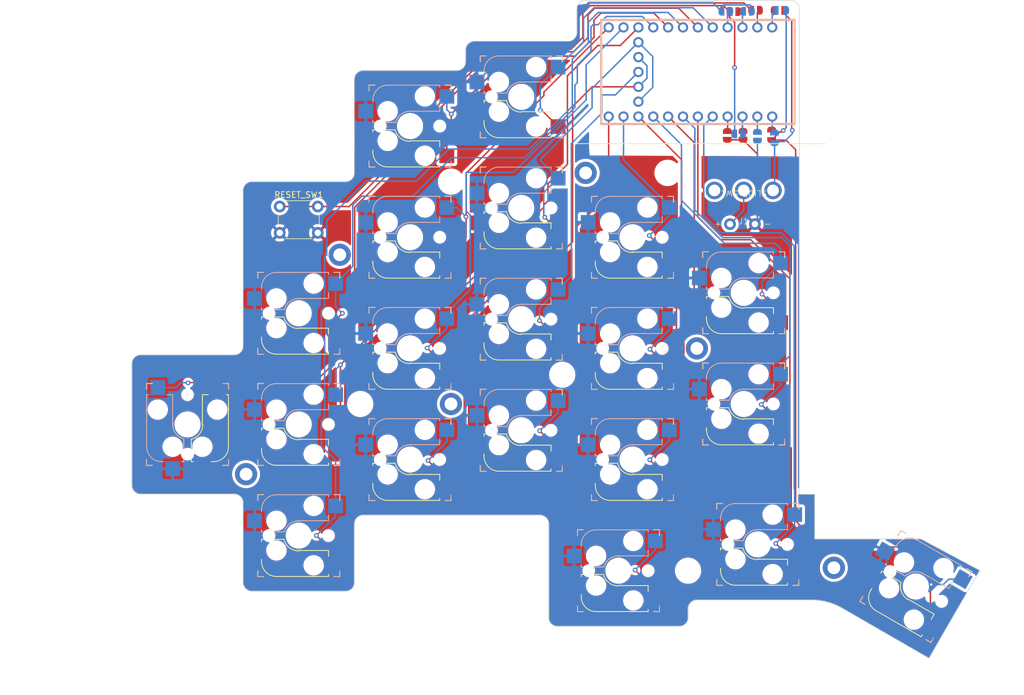
<source format=kicad_pcb>
(kicad_pcb (version 20221018) (generator pcbnew)
  (layers (0 "F.Cu" signal) (31 "B.Cu" signal) (34 "B.Paste" user) (35 "F.Paste" user) (36 "B.SilkS" user "B.Silkscreen") (37 "F.SilkS" user "F.Silkscreen") (38 "B.Mask" user) (39 "F.Mask" user) (44 "Edge.Cuts" user))
  (net 0 "")
  (net 1 "Net-(J1-Pin_1)")
  (net 2 "GND")
  (net 3 "BATIN")
  (net 4 "Net-(JP1-B)")
  (net 5 "P1")
  (net 6 "Net-(JP4-B)")
  (net 7 "RESET")
  (net 8 "Net-(JP5-B)")
  (net 9 "Net-(JP7-B)")
  (net 10 "Net-(JP8-B)")
  (net 11 "Net-(JP11-B)")
  (net 12 "Net-(JP12-B)")
  (net 13 "Net-(JP14-B)")
  (net 15 "P12")
  (net 16 "P14")
  (net 17 "P9")
  (net 18 "P19")
  (net 19 "P5")
  (net 20 "P31")
  (net 21 "P10")
  (net 22 "P13")
  (net 23 "P6")
  (net 24 "P16")
  (net 25 "P7")
  (net 26 "P33")
  (net 27 "P15")
  (net 28 "P32")
  (net 29 "P17")
  (net 30 "P8")
  (net 31 "P11")
  (net 32 "P18")
  (net 33 "P20")
  (footprint "footprints:Kailh_socket_MX_reversible_1U" (layer "F.Cu") (at 112 98)
    (fp_text reference "SW3")
    (fp_text value locked "SW_Push")
  )
  (footprint "footprints:Kailh_socket_MX_reversible_1U" (layer "F.Cu") (at 131 66)
    (fp_text reference "SW1")
    (fp_text value "SW_Push")
  )
  (footprint "footprints:Kailh_socket_MX_reversible_1U" (layer "F.Cu") (at 131 104)
    (fp_text reference "SW10")
    (fp_text value "SW_Push")
  )
  (footprint "footprints:Jumper_Open_0.8mm" (layer "F.Cu") (at 192.82 67.21 90)
    (fp_text reference "JP9" hide)
    (fp_text value "Jumper_2_Open" hide)
  )
  (footprint "footprints:Kailh_socket_MX_reversible_1U" (layer "F.Cu") (at 188 94.5)
    (fp_text reference "SW7")
    (fp_text value "SW_Push")
  )
  (footprint "footprints:Kailh_socket_MX_reversible_1U" (layer "F.Cu") (at 188 113.5)
    (fp_text reference "SW13")
    (fp_text value "SW_Push")
  )
  (footprint "MountingHole:MountingHole_2.2mm_M2_DIN965_Pad" (layer "F.Cu") (at 203.4 141.5)
    (fp_text reference "REF**" hide)
    (fp_text value "MountingHole_2.2mm_M2_DIN965_Pad" hide)
  )
  (footprint "footprints:through_hole_m2" (layer "F.Cu") (at 178.5 142)
    (fp_text reference "REF**" hide)
    (fp_text value "through_hole_m2" hide)
  )
  (footprint "footprints:Kailh_socket_MX_reversible_1U" (layer "F.Cu") (at 169 85)
    (fp_text reference "SW6")
    (fp_text value "SW_Push")
  )
  (footprint "footprints:through_hole_m2" (layer "F.Cu") (at 138 75.5)
    (fp_text reference "REF**" hide)
    (fp_text value "through_hole_m2" hide)
  )
  (footprint "footprints:Kailh_socket_MX_reversible_1U" (layer "F.Cu") (at 150 80)
    (fp_text reference "SW5")
    (fp_text value "SW_Push")
  )
  (footprint "MountingHole:MountingHole_2.2mm_M2_DIN965_Pad" (layer "F.Cu") (at 119 88)
    (fp_text reference "REF**" hide)
    (fp_text value "MountingHole_2.2mm_M2_DIN965_Pad" hide)
  )
  (footprint "MountingHole:MountingHole_2.2mm_M2_DIN965_Pad" (layer "F.Cu") (at 103 125.5)
    (fp_text reference "REF**" hide)
    (fp_text value "MountingHole_2.2mm_M2_DIN965_Pad" hide)
  )
  (footprint "footprints:through_hole_m2" (layer "F.Cu") (at 157 108.5)
    (fp_text reference "REF**" hide)
    (fp_text value "through_hole_m2" hide)
  )
  (footprint "footprints:nice_nano" (layer "F.Cu") (at 178.9 56.75 180)
    (fp_text reference "U1" hide)
    (fp_text value "nice_nano" hide)
  )
  (footprint "MountingHole:MountingHole_2.2mm_M2_DIN965_Pad" (layer "F.Cu") (at 180 104)
    (fp_text reference "REF**" hide)
    (fp_text value "MountingHole_2.2mm_M2_DIN965_Pad" hide)
  )
  (footprint "Button_Switch_THT:SW_PUSH_6mm" (layer "F.Cu") (at 108.75 79.75)
    (fp_text reference "RESET_SW1")
    (fp_text value "SW_Push")
  )
  (footprint "MountingHole:MountingHole_2.2mm_M2_DIN965_Pad" (layer "F.Cu") (at 161 74)
    (fp_text reference "REF**" hide)
    (fp_text value "MountingHole_2.2mm_M2_DIN965_Pad" hide)
  )
  (footprint "footprints:Kailh_socket_MX_reversible_1U" (layer "F.Cu") (at 169 123)
    (fp_text reference locked "SW17")
    (fp_text value "SW_Push")
  )
  (footprint "footprints:Jumper_Open_0.5mm" (layer "F.Cu") (at 186.33 46.44)
    (fp_text reference "JP5" hide)
    (fp_text value "Jumper_2_Open" hide)
  )
  (footprint "MountingHole:MountingHole_2.2mm_M2_DIN965_Pad" (layer "F.Cu") (at 138 113.5)
    (fp_text reference "REF**" hide)
    (fp_text value "MountingHole_2.2mm_M2_DIN965_Pad" hide)
  )
  (footprint "footprints:Kailh_socket_MX_reversible_1U" (layer "F.Cu") (at 169 104)
    (fp_text reference locked "SW12")
    (fp_text value "SW_Push")
  )
  (footprint "footprints:Jumper_Open_0.5mm" (layer "F.Cu") (at 190.02 46.2)
    (fp_text reference "JP4" hide)
    (fp_text value "Jumper_2_Open" hide)
  )
  (footprint "footprints:Kailh_socket_MX_reversible_1U" (layer "F.Cu") (at 112 117)
    (fp_text reference "SW9")
    (fp_text value "SW_Push")
  )
  (footprint "footprints:Kailh_socket_MX_reversible_1U" (layer "F.Cu") (at 131 123)
    (fp_text reference "SW15")
    (fp_text value "SW_Push")
  )
  (footprint "footprints:slide_switch_5mm" (layer "F.Cu") (at 188 77 180)
    (fp_text reference "SLIDE_SW1")
    (fp_text value "SW_SPDT")
  )
  (footprint "footprints:Kailh_socket_MX_reversible_1U" (layer "F.Cu") (at 112 136)
    (fp_text reference locked "SW14")
    (fp_text value "SW_Push")
  )
  (footprint "footprints:Jumper_Open_0.5mm" (layer "F.Cu") (at 187.88 67.58 90)
    (fp_text reference "JP13" hide)
    (fp_text value "Jumper_2_Open" hide)
  )
  (footprint "footprints:Kailh_socket_MX_reversible_1_25U" (layer "F.Cu") (at 190.4 137.5)
    (fp_text reference "SW19")
    (fp_text value "SW_Push")
  )
  (footprint "footprints:Kailh_socket_MX_reversible_1U" (layer "F.Cu") (at 150 99)
    (fp_text reference "SW11")
    (fp_text value locked "SW_Push")
  )
  (footprint "footprints:Kailh_socket_MX_reversible_1U" (layer "F.Cu") (at 131 85)
    (fp_text reference "SW4")
    (fp_text value "SW_Push")
  )
  (footprint "footprints:Jumper_Open_0.8mm" (layer "F.Cu") (at 193.74 46.19 180)
    (fp_text reference "JP1" hide)
    (fp_text value "Jumper_2_Open" hide)
  )
  (footprint "footprints:Kailh_socket_MX_reversible_1U" (layer "F.Cu") (at 150 61)
    (fp_text reference "SW2")
    (fp_text value "SW_Push")
  )
  (footprint "footprints:Kailh_socket_MX_reversible_1_25U" (layer "F.Cu") (at 217.400152 144.699705 -30)
    (fp_text reference "SW20")
    (fp_text value "SW_Push")
  )
  (footprint "footprints:Kailh_socket_MX_reversible_1_25U" (layer "F.Cu") (at 93 117 90)
    (fp_text reference "SW8")
    (fp_text value "SW_Push")
  )
  (footprint "footprints:power_connector" (layer "F.Cu") (at 187.97 82.79)
    (fp_text reference "J1")
    (fp_text value "JST connector")
  )
  (footprint "footprints:Kailh_socket_MX_reversible_1U" (layer "F.Cu") (at 150 118)
    (fp_text reference "SW16")
    (fp_text value "SW_Push")
  )
  (footprint "footprints:through_hole_m2" (layer "F.Cu") (at 175 74)
    (fp_text reference "REF**" hide)
    (fp_text value "through_hole_m2" hide)
  )
  (footprint "footprints:Jumper_Open_0.5mm" (layer "F.Cu") (at 185.2 67.6 90)
    (fp_text reference "JP14" hide)
    (fp_text value "Jumper_2_Open" hide)
  )
  (footprint "footprints:through_hole_m2" (layer "F.Cu") (at 122.5 113.5)
    (fp_text reference "REF**" hide)
    (fp_text value "through_hole_m2" hide)
  )
  (footprint "footprints:Kailh_socket_MX_reversible_1_25U" (layer "F.Cu") (at 166.6 142)
    (fp_text reference "SW18")
    (fp_text value "SW_Push")
  )
  (footprint "footprints:Jumper_Open_0.8mm" (layer "B.Cu") (at 194.06 46.27 180)
    (fp_text reference "JP2" hide)
    (fp_text value "Jumper_2_Open" hide)
  )
  (footprint "footprints:Jumper_Open_0.8mm" (layer "B.Cu") (at 193.21 67.71 90)
    (fp_text reference "JP8" hide)
    (fp_text value "Jumper_2_Open" hide)
  )
  (footprint "footprints:Jumper_Open_0.5mm" (layer "B.Cu") (at 188.64 46.38 180)
    (fp_text reference "JP6" hide)
    (fp_text value "Jumper_2_Open" hide)
  )
  (footprint "footprints:Jumper_Open_0.5mm" (layer "B.Cu") (at 184.95 46.37)
    (fp_text reference "JP7" hide)
    (fp_text value "Jumper_2_Open" hide)
  )
  (footprint "footprints:Jumper_Open_0.5mm" (layer "B.Cu") (at 187.13 67.34)
    (fp_text reference "JP12" hide)
    (fp_text value "Jumper_2_Open" hide)
  )
  (footprint "footprints:Jumper_Open_0.5mm" (layer "B.Cu") (at 190.34 67.75 90)
    (fp_text reference "JP11" hide)
    (fp_text value "Jumper_2_Open" hide)
  )
  (gr_line (start 159.51 69) (end 201.98 69) (stroke (width 0.15)) (layer "F.SilkS"))
  (gr_line locked (start 159.5 50) (end 159.5 46) (stroke (width 0.1)) (layer "Edge.Cuts"))
  (gr_line locked (start 197.5 46) (end 197.5 128.93) (stroke (width 0.1)) (layer "Edge.Cuts"))
  (gr_line locked (start 156.2 151.5) (end 177 151.5) (stroke (width 0.1)) (layer "Edge.Cuts"))
  (gr_line locked (start 102.499533 130.40066) (end 102.499533 144) (stroke (width 0.1)) (layer "Edge.Cuts"))
  (gr_line locked (start 197.5 128.93) (end 200.12 128.93) (stroke (width 0.1)) (layer "Edge.Cuts"))
  (gr_line locked (start 101 105.1) (end 85 105.1) (stroke (width 0.1)) (layer "Edge.Cuts"))
  (gr_arc locked (start 83.5 106.6) (mid 83.93934 105.53934) (end 85 105.1) (stroke (width 0.1)) (layer "Edge.Cuts"))
  (gr_line locked (start 219.64 156.96) (end 228.32 141.94) (stroke (width 0.1)) (layer "Edge.Cuts"))
  (gr_line locked (start 218.265 136.56) (end 228.32 141.94) (stroke (width 0.1)) (layer "Edge.Cuts"))
  (gr_line locked (start 123 132.5) (end 153.2 132.5) (stroke (width 0.1)) (layer "Edge.Cuts"))
  (gr_line locked (start 178.5 150) (end 178.5 148.5) (stroke (width 0.1)) (layer "Edge.Cuts"))
  (gr_arc locked (start 85.00066 128.9) (mid 83.939533 128.460467) (end 83.5 127.39934) (stroke (width 0.1)) (layer "Edge.Cuts"))
  (gr_line locked (start 154.7 134) (end 154.7 150) (stroke (width 0.1)) (layer "Edge.Cuts"))
  (gr_line locked (start 161.00066 44.50066) (end 195.99066 44.50066) (stroke (width 0.1)) (layer "Edge.Cuts"))
  (gr_arc locked (start 153.2 132.5) (mid 154.26066 132.93934) (end 154.7 134) (stroke (width 0.1)) (layer "Edge.Cuts"))
  (gr_arc locked (start 159.5 46.000661) (mid 159.939533 44.939534) (end 161.00066 44.5) (stroke (width 0.1)) (layer "Edge.Cuts"))
  (gr_arc locked (start 178.5 150) (mid 178.06066 151.06066) (end 177 151.5) (stroke (width 0.1)) (layer "Edge.Cuts"))
  (gr_line locked (start 121.5 144) (end 121.5 134) (stroke (width 0.1)) (layer "Edge.Cuts"))
  (gr_arc locked (start 121.5 144) (mid 121.060467 145.061127) (end 119.99934 145.50066) (stroke (width 0.1)) (layer "Edge.Cuts"))
  (gr_arc locked (start 121.5 58) (mid 121.93934 56.93934) (end 123 56.5) (stroke (width 0.1)) (layer "Edge.Cuts"))
  (gr_arc locked (start 102.5 77) (mid 102.93934 75.93934) (end 104.000001 75.5) (stroke (width 0.1)) (layer "Edge.Cuts"))
  (gr_line locked (start 180 147) (end 199.71 147) (stroke (width 0.1)) (layer "Edge.Cuts"))
  (gr_line locked (start 139 56.5) (end 123 56.5) (stroke (width 0.1)) (layer "Edge.Cuts"))
  (gr_arc locked (start 140.5 53) (mid 140.93934 51.93934) (end 142 51.5) (stroke (width 0.1)) (layer "Edge.Cuts"))
  (gr_arc locked (start 196 44.5) (mid 197.06066 44.93934) (end 197.5 46) (stroke (width 0.1)) (layer "Edge.Cuts"))
  (gr_arc locked (start 159.5 50) (mid 159.06066 51.06066) (end 158 51.5) (stroke (width 0.1)) (layer "Edge.Cuts"))
  (gr_line locked (start 85 128.9) (end 101 128.9) (stroke (width 0.1)) (layer "Edge.Cuts"))
  (gr_line locked (start 121.5 58) (end 121.5 74) (stroke (width 0.1)) (layer "Edge.Cuts"))
  (gr_line locked (start 83.5 106.60934) (end 83.5 127.39934) (stroke (width 0.1)) (layer "Edge.Cuts"))
  (gr_line locked (start 142 51.5) (end 158 51.5) (stroke (width 0.1)) (layer "Edge.Cuts"))
  (gr_line locked (start 200.12 128.93) (end 200.12 136.56) (stroke (width 0.1)) (layer "Edge.Cuts"))
  (gr_arc locked (start 121.498873 134.001127) (mid 121.938543 132.93967) (end 123 132.5) (stroke (width 0.1)) (layer "Edge.Cuts"))
  (gr_arc locked (start 156.2 151.5) (mid 155.13934 151.06066) (end 154.7 150) (stroke (width 0.1)) (layer "Edge.Cuts"))
  (gr_line locked (start 104.001127 145.499533) (end 120 145.499533) (stroke (width 0.1)) (layer "Edge.Cuts"))
  (gr_line locked (start 200.12 136.56) (end 218.265 136.56) (stroke (width 0.1)) (layer "Edge.Cuts"))
  (gr_line locked (start 140.5 55) (end 140.5 53) (stroke (width 0.1)) (layer "Edge.Cuts"))
  (gr_arc locked (start 100.998873 128.9) (mid 102.06 129.339533) (end 102.499533 130.40066) (stroke (width 0.1)) (layer "Edge.Cuts"))
  (gr_arc locked (start 199.71 147) (mid 202.362916 147.368738) (end 204.83 148.411536) (stroke (width 0.1)) (layer "Edge.Cuts"))
  (gr_arc locked (start 140.5 55) (mid 140.06066 56.06066) (end 139 56.5) (stroke (width 0.1)) (layer "Edge.Cuts"))
  (gr_line locked (start 204.83 148.411536) (end 219.64 156.96) (stroke (width 0.1)) (layer "Edge.Cuts"))
  (gr_line locked (start 102.49934 103.59934) (end 102.49934 77) (stroke (width 0.1)) (layer "Edge.Cuts"))
  (gr_arc locked (start 121.5 74) (mid 121.060467 75.061127) (end 119.99934 75.50066) (stroke (width 0.1)) (layer "Edge.Cuts"))
  (gr_line locked (start 120 75.5) (end 104 75.5) (stroke (width 0.1)) (layer "Edge.Cuts"))
  (gr_arc locked (start 102.49934 103.59934) (mid 102.06 104.66) (end 100.99934 105.09934) (stroke (width 0.1)) (layer "Edge.Cuts"))
  (gr_arc locked (start 104.001127 145.499533) (mid 102.94 145.06) (end 102.500467 143.998873) (stroke (width 0.1)) (layer "Edge.Cuts"))
  (gr_arc locked (start 178.5 148.5) (mid 178.93934 147.43934) (end 180 147) (stroke (width 0.1)) (layer "Edge.Cuts"))
  (segment (start 188 80.42) (end 188 77) (width 0.25) (layer "B.Cu") (net 1))
  (segment (start 185.66 82.76) (end 188 80.42) (width 0.25) (layer "B.Cu") (net 1))
  (segment (start 185.2 68.35) (end 187.86 68.35) (width 0.25) (layer "F.Cu") (net 2))
  (segment (start 190.33 82.34) (end 189.91 82.76) (width 0.25) (layer "F.Cu") (net 2))
  (segment (start 190.33 70.78) (end 190.33 82.34) (width 0.25) (layer "F.Cu") (net 2))
  (segment (start 189.27 46.2) (end 188.026957 44.956957) (width 0.25) (layer "F.Cu") (net 2))
  (segment (start 159.631031 50.670867) (end 158.111898 52.19) (width 0.25) (layer "F.Cu") (net 2))
  (segment (start 161.483043 44.956957) (end 160.31 46.13) (width 0.25) (layer "F.Cu") (net 2))
  (segment (start 160.31 46.13) (end 160.21 46.23) (width 0.25) (layer "F.Cu") (net 2))
  (segment (start 160.31 46.13) (end 159.631031 46.808969) (width 0.25) (layer "F.Cu") (net 2))
  (segment (start 187.86 68.35) (end 187.88 68.33) (width 0.25) (layer "F.Cu") (net 2))
  (segment (start 159.631031 46.808969) (end 159.631031 50.670867) (width 0.25) (layer "F.Cu") (net 2))
  (segment (start 188.026957 44.956957) (end 161.483043 44.956957) (width 0.25) (layer "F.Cu") (net 2))
  (segment (start 158.111898 52.19) (end 142.69 52.19) (width 0.25) (layer "F.Cu") (net 2))
  (segment (start 187.88 68.33) (end 190.33 70.78) (width 0.25) (layer "F.Cu") (net 2))
  (segment (start 184.2 45.62) (end 184.2 46.37) (width 0.25) (layer "B.Cu") (net 2))
  (segment (start 159.627488 50.67441) (end 158.421898 51.88) (width 0.25) (layer "B.Cu") (net 2))
  (segment (start 149.02 51.88) (end 142.44 58.46) (width 0.25) (layer "B.Cu") (net 2))
  (segment (start 190.34 82.33) (end 189.91 82.76) (width 0.25) (layer "B.Cu") (net 2))
  (segment (start 189.39 46.38) (end 189.39 45.63) (width 0.25) (layer "B.Cu") (net 2))
  (segment (start 184.525 45.295) (end 184.2 45.62) (width 0.25) (layer "B.Cu") (net 2))
  (segment (start 190.34 68.5) (end 190.34 82.33) (width 0.25) (layer "B.Cu") (net 2))
  (segment (start 184.2 46.37) (end 182.69 44.86) (width 0.25) (layer "B.Cu") (net 2))
  (segment (start 189.055 45.295) (end 184.525 45.295) (width 0.25) (layer "B.Cu") (net 2))
  (segment (start 158.421898 51.88) (end 149.02 51.88) (width 0.25) (layer "B.Cu") (net 2))
  (segment (start 182.69 44.86) (end 161.54 44.86) (width 0.25) (layer "B.Cu") (net 2))
  (segment (start 159.627488 46.772512) (end 159.627488 50.67441) (width 0.25) (layer "B.Cu") (net 2))
  (segment (start 161.54 44.86) (end 159.627488 46.772512) (width 0.25) (layer "B.Cu") (net 2))
  (segment (start 189.39 45.63) (end 189.055 45.295) (width 0.25) (layer "B.Cu") (net 2))
  (segment (start 196.2 48.03) (end 194.97 46.8) (width 0.25) (layer "F.Cu") (net 3))
  (segment (start 196.2 66.63) (end 196.2 48.03) (width 0.25) (layer "F.Cu") (net 3))
  (segment (start 196.3 66.73) (end 196.2 66.63) (width 0.25) (layer "F.Cu") (net 3))
  (via (at 196.3 66.73) (size 0.8) (drill 0.4) (layers "F.Cu" "B.Cu") (net 3))
  (segment (start 193.27 69.65) (end 193.27 76.73) (width 0.25) (layer "B.Cu") (net 3))
  (segment (start 194.96 68.65) (end 193.27 68.65) (width 0.25) (layer "B.Cu") (net 3))
  (segment (start 196.3 67.31) (end 196.3 66.73) (width 0.25) (layer "B.Cu") (net 3))
  (segment (start 193.27 76.73) (end 193 77) (width 0.25) (layer "B.Cu") (net 3))
  (segment (start 196.35 66.68) (end 196.3 66.73) (width 0.25) (layer "B.Cu") (net 3))
  (segment (start 193.27 69.65) (end 193.26 69.64) (width 0.25) (layer "B.Cu") (net 3))
  (segment (start 196.3 67.31) (end 194.96 68.65) (width 0.25) (layer "B.Cu") (net 3))
  (segment (start 193.26 69.64) (end 193.26 68.9) (width 0.25) (layer "B.Cu") (net 3))
  (segment (start 196.59 66.68) (end 196.35 66.68) (width 0.25) (layer "B.Cu") (net 3))
  (segment (start 192.87 49.27) (end 192.87 47.1) (width 0.25) (layer "F.Cu") (net 4))
  (segment (start 192.87 47.1) (end 193.17 46.8) (width 0.25) (layer "F.Cu") (net 4))
  (segment (start 192.87 49.13) (end 192.87 46.8) (width 0.25) (layer "B.Cu") (net 4))
  (segment (start 192.87 46.8) (end 193.45 46.22) (width 0.25) (layer "B.Cu") (net 4))
  (segment (start 219.89 142.462755) (end 215.377245 137.95) (width 0.25) (layer "F.Cu") (net 5))
  (segment (start 192.77 68.4) (end 195.23 68.4) (width 0.25) (layer "F.Cu") (net 5))
  (segment (start 215.377245 137.95) (end 205.77 137.95) (width 0.25) (layer "F.Cu") (net 5))
  (segment (start 196.87 70.04) (end 196.87 133.486777) (width 0.25) (layer "F.Cu") (net 5))
  (segment (start 220.022523 144.362984) (end 219.89 144.495507) (width 0.25) (layer "F.Cu") (net 5))
  (segment (start 194.75 66.76) (end 194.515 66.995) (width 0.25) (layer "F.Cu") (net 5))
  (segment (start 219.89 144.495507) (end 219.89 151.826662) (width 0.25) (layer "F.Cu") (net 5))
  (segment (start 219.89 144.230461) (end 219.89 142.462755) (width 0.25) (layer "F.Cu") (net 5))
  (segment (start 194.515 66.995) (end 194.175 66.995) (width 0.25) (layer "F.Cu") (net 5))
  (segment (start 201.333223 137.95) (end 205.77 137.95) (width 0.25) (layer "F.Cu") (net 5))
  (segment (start 195.23 68.4) (end 196.87 70.04) (width 0.25) (layer "F.Cu") (net 5))
  (segment (start 219.89 151.826662) (end 220.307452 152.244114) (width 0.25) (layer "F.Cu") (net 5))
  (segment (start 205.77 137.95) (end 206.53 137.95) (width 0.25) (layer "F.Cu") (net 5))
  (segment (start 194.175 66.995) (end 192.77 68.4) (width 0.25) (layer "F.Cu") (net 5))
  (segment (start 196.87 133.486777) (end 201.333223 137.95) (width 0.25) (layer "F.Cu") (net 5))
  (segment (start 220.022523 144.362984) (end 219.89 144.230461) (width 0.25) (layer "F.Cu") (net 5))
  (via (at 220.022523 144.362984) (size 0.8) (drill 0.4) (layers "F.Cu" "B.Cu") (net 5))
  (via (at 194.75 66.76) (size 0.8) (drill 0.4) (layers "F.Cu" "B.Cu") (net 5))
  (segment (start 223.014704 143.445296) (end 225.387452 143.445296) (width 0.25) (layer "B.Cu") (net 5))
  (segment (start 220.022523 144.362984) (end 222.097016 144.362984) (width 0.25) (layer "B.Cu") (net 5))
  (segment (start 195.25 66.26) (end 195.25 46.22) (width 0.25) (layer "B.Cu") (net 5))
  (segment (start 222.097016 144.362984) (end 223.014704 143.445296) (width 0.25) (layer "B.Cu") (net 5))
  (segment (start 194.75 66.76) (end 195.25 66.26) (width 0.25) (layer "B.Cu") (net 5))
  (segment (start 190.33 49.13) (end 190.33 46.64) (width 0.25) (layer "F.Cu") (net 6))
  (segment (start 190.33 46.64) (end 190.77 46.2) (width 0.25) (layer "F.Cu") (net 6))
  (segment (start 120.600131 79.75) (end 115.25 79.75) (width 0.25) (layer "F.Cu") (net 7))
  (segment (start 145.36 52.85) (end 135.415 62.795) (width 0.25) (layer "F.Cu") (net 7))
  (segment (start 160.52 50.85) (end 158.52 52.85) (width 0.25) (layer "F.Cu") (net 7))
  (segment (start 186.4513 48.2713) (end 185.58 47.4) (width 0.25) (layer "F.Cu") (net 7))
  (segment (start 185.58 47.4) (end 185.58 46.44) (width 0.25) (layer "F.Cu") (net 7))
  (segment (start 133.3689 66.981231) (end 120.600131 79.75) (width 0.25) (layer "F.Cu") (net 7))
  (segment (start 186.4513 55.9987) (end 186.4513 48.2713) (width 0.25) (layer "F.Cu") (net 7))
  (segment (start 184.546957 45.406957) (end 161.813043 45.406957) (width 0.25) (layer "F.Cu") (net 7))
  (segment (start 133.3689 63.40055) (end 133.3689 66.981231) (width 0.25) (layer "F.Cu") (net 7))
  (segment (start 185.58 46.44) (end 184.546957 45.406957) (width 0.25) (layer "F.Cu") (net 7))
  (segment (start 135.415 62.795) (end 133.97445 62.795) (width 0.25) (layer "F.Cu") (net 7))
  (segment (start 115.25 79.75) (end 108.75 79.75) (width 0.25) (layer "F.Cu") (net 7))
  (segment (start 186.45 56) (end 186.4513 55.9987) (width 0.25) (layer "F.Cu") (net 7))
  (segment (start 133.97445 62.795) (end 133.3689 63.40055) (width 0.25) (layer "F.Cu") (net 7))
  (segment (start 160.52 46.7) (end 160.52 50.85) (width 0.25) (layer "F.Cu") (net 7))
  (segment (start 161.813043 45.406957) (end 160.52 46.7) (width 0.25) (layer "F.Cu") (net 7))
  (segment (start 158.52 52.85) (end 145.36 52.85) (width 0.25) (layer "F.Cu") (net 7))
  (via (at 186.45 56) (size 0.8) (drill 0.4) (layers "F.Cu" "B.Cu") (net 7))
  (segment (start 186.4513 56.0013) (end 186.4513 67.2687) (width 0.25) (layer "B.Cu") (net 7))
  (segment (start 186.45 56) (end 186.4513 56.0013) (width 0.25) (layer "B.Cu") (net 7))
  (segment (start 186.4513 67.2687) (end 186.38 67.34) (width 0.25) (layer "B.Cu") (net 7))
  (segment (start 187.79 49.13) (end 187.79 46.86) (width 0.25) (layer "F.Cu") (net 8))
  (segment (start 187.79 46.86) (end 187.1 46.17) (width 0.25) (layer "F.Cu") (net 8))
  (segment (start 187.79 46.48) (end 187.89 46.38) (width 0.25) (layer "B.Cu") (net 8))
  (segment (start 187.79 49.13) (end 187.79 46.48) (width 0.25) (layer "B.Cu") (net 8))
  (segment (start 185.25 49.13) (end 185.25 46.82) (width 0.25) (layer "B.Cu") (net 9))
  (segment (start 185.25 46.82) (end 185.7 46.37) (width 0.25) (layer "B.Cu") (net 9))
  (segment (start 192.87 66.5) (end 192.77 66.6) (width 0.25) (layer "F.Cu") (net 10))
  (segment (start 192.87 64.37) (end 192.87 66.5) (width 0.25) (layer "F.Cu") (net 10))
  (segment (start 192.87 64.51) (end 192.87 66.45) (width 0.25) (layer "B.Cu") (net 10))
  (segment (start 192.87 66.45) (end 193.27 66.85) (width 0.25) (layer "B.Cu") (net 10))
  (segment (start 190.33 64.37) (end 190.33 66.99) (width 0.25) (layer "B.Cu") (net 11))
  (segment (start 190.33 66.99) (end 190.34 67) (width 0.25) (layer "B.Cu") (net 11))
  (segment (start 187.79 66.74) (end 187.88 66.83) (width 0.25) (layer "F.Cu") (net 12))
  (segment (start 187.79 64.37) (end 187.79 66.74) (width 0.25) (layer "F.Cu") (net 12))
  (segment (start 187.79 66.87) (end 187.66 67) (width 0.25) (layer "B.Cu") (net 12))
  (segment (start 187.79 64.37) (end 187.79 66.87) (width 0.25) (layer "B.Cu") (net 12))
  (segment (start 185.25 66.8) (end 185.2 66.85) (width 0.25) (layer "F.Cu") (net 13))
  (segment (start 185.25 64.37) (end 185.25 66.8) (width 0.25) (layer "F.Cu") (net 13))
  (segment (start 153.87 60.79) (end 140.59 74.07) (width 0.25) (layer "F.Cu") (net 15))
  (segment (start 140.59 84.97) (end 137.29 88.27) (width 0.25) (layer "F.Cu") (net 15))
  (segment (start 140.59 74.07) (end 140.59 84.97) (width 0.25) (layer "F.Cu") (net 15))
  (segment (start 161.77 52.29) (end 153.87 60.19) (width 0.25) (layer "F.Cu") (net 15))
  (segment (start 164.93 49.13) (end 161.77 52.29) (width 0.25) (layer "F.Cu") (net 15))
  (segment (start 137.29 88.27) (end 137.29 90.08) (width 0.25) (layer "F.Cu") (net 15))
  (segment (start 153.87 60.19) (end 153.87 60.79) (width 0.25) (layer "F.Cu") (net 15))
  (via (at 140.564998 81.51) (size 0.8) (drill 0.4) (layers "F.Cu" "B.Cu") (net 15))
  (segment (start 140.564998 81.51) (end 138.974998 79.92) (width 0.25) (layer "B.Cu") (net 15))
  (segment (start 138.974998 79.92) (end 137.29 79.92) (width 0.25) (layer "B.Cu") (net 15))
  (segment (start 171.87 84.72) (end 175.29 88.14) (width 0.25) (layer "F.Cu") (net 16))
  (segment (start 175.29 88.14) (end 175.29 90.08) (width 0.25) (layer "F.Cu") (net 16))
  (via (at 171.87 84.72) (size 0.8) (drill 0.4) (layers "F.Cu" "B.Cu") (net 16))
  (segment (start 167.47 64.37) (end 167.47 71.79) (width 0.25) (layer "B.Cu") (net 16))
  (segment (start 175.29 79.61) (end 175.29 79.92) (width 0.25) (layer "B.Cu") (net 16))
  (segment (start 167.47 71.79) (end 175.29 79.61) (width 0.25) (layer "B.Cu") (net 16))
  (segment (start 175.29 79.92) (end 175.29 81.3) (width 0.25) (layer "B.Cu") (net 16))
  (segment (start 175.29 81.3) (end 171.87 84.72) (width 0.25) (layer "B.Cu") (net 16))
  (segment (start 118.29 99.17) (end 118.29 103.08) (width 0.25) (layer "F.Cu") (net 17))
  (segment (start 119.45 98.01) (end 118.29 99.17) (width 0.25) (layer "F.Cu") (net 17))
  (via (at 119.45 98.01) (size 0.8) (drill 0.4) (layers "F.Cu" "B.Cu") (net 17))
  (segment (start 118.29 96.85) (end 118.29 92.92) (width 0.25) (layer "B.Cu") (net 17))
  (segment (start 131.516396 77.98) (end 122.77 77.98) (width 0.25) (layer "B.Cu") (net 17))
  (segment (start 121.225 89.985) (end 118.29 92.92) (width 0.25) (layer "B.Cu") (net 17))
  (segment (start 159.58 55.57) (end 159.58 58.58) (width 0.25) (layer "B.Cu") (net 17))
  (segment (start 119.45 98.01) (end 118.29 96.85) (width 0.25) (layer "B.Cu") (net 17))
  (segment (start 164.54 47.27) (end 163.12 48.69) (width 0.25) (layer "B.Cu") (net 17))
  (segment (start 161.92 53.23) (end 159.58 55.57) (width 0.25) (layer "B.Cu") (net 17))
  (segment (start 138.096396 71.4) (end 131.516396 77.98) (width 0.25) (layer "B.Cu") (net 17))
  (segment (start 159.17 58.99) (end 159.17 62.806396) (width 0.25) (layer "B.Cu") (net 17))
  (segment (start 161.92 49.03) (end 161.92 53.23) (width 0.25) (layer "B.Cu") (net 17))
  (segment (start 150.576396 71.4) (end 138.096396 71.4) (width 0.25) (layer "B.Cu") (net 17))
  (segment (start 172.55 49.13) (end 170.69 47.27) (width 0.25) (layer "B.Cu") (net 17))
  (segment (start 159.17 62.806396) (end 150.576396 71.4) (width 0.25) (layer "B.Cu") (net 17))
  (segment (start 159.58 58.58) (end 159.17 58.99) (width 0.25) (layer "B.Cu") (net 17))
  (segment (start 163.12 48.69) (end 162.26 48.69) (width 0.25) (layer "B.Cu") (net 17))
  (segment (start 162.26 48.69) (end 161.92 49.03) (width 0.25) (layer "B.Cu") (net 17))
  (segment (start 170.69 47.27) (end 164.54 47.27) (width 0.25) (layer "B.Cu") (net 17))
  (segment (start 122.77 77.98) (end 121.225 79.525) (width 0.25) (layer "B.Cu") (net 17))
  (segment (start 121.225 79.525) (end 121.225 89.985) (width 0.25) (layer "B.Cu") (net 17))
  (segment (start 172.89 145.34) (end 169.44 141.89) (width 0.25) (layer "F.Cu") (net 18))
  (segment (start 174.53 142.94) (end 174.53 143.17) (width 0.25) (layer "F.Cu") (net 18))
  (segment (start 189.815 120.455) (end 175.62 134.65) (width 0.25) (layer "F.Cu") (net 18))
  (segment (start 195.89 120.155) (end 195.59 120.455) (width 0.25) (layer "F.Cu") (net 18))
  (segment (start 180.17 64.37) (end 180.17 81.55) (width 0.25) (layer "F.Cu") (net 18))
  (segment (start 174.53 142.94) (end 172.89 144.58) (width 0.25) (layer "F.Cu") (net 18))
  (segment (start 172.89 144.58) (end 172.89 147.08) (width 0.25) (layer "F.Cu") (net 18))
  (segment (start 180.17 81.55) (end 184.04 85.42) (width 0.25) (layer "F.Cu") (net 18))
  (segment (start 195.59 120.455) (end 189.815 120.455) (width 0.25) (layer "F.Cu") (net 18))
  (segment (start 184.04 85.42) (end 189.19165 85.42) (width 0.25) (layer "F.Cu") (net 18))
  (segment (start 175.62 134.65) (end 175.62 141.85) (width 0.25) (layer "F.Cu") (net 18))
  (segment (start 189.19165 85.42) (end 195.89 92.11835) (width 0.25) (layer "F.Cu") (net 18))
  (segment (start 195.89 92.11835) (end 195.89 120.155) (width 0.25) (layer "F.Cu") (net 18))
  (segment (start 172.89 147.08) (end 172.89 145.34) (width 0.25) (layer "F.Cu") (net 18))
  (segment (start 175.62 141.85) (end 174.53 142.94) (width 0.25) (layer "F.Cu") (net 18))
  (via (at 169.44 141.89) (size 0.8) (drill 0.4) (layers "F.Cu" "B.Cu") (net 18))
  (segment (start 169.44 141.89) (end 172.89 138.44) (width 0.25) (layer "B.Cu") (net 18))
  (segment (start 172.89 138.44) (end 172.89 136.92) (width 0.25) (layer "B.Cu") (net 18))
  (segment (start 153.26 63.28) (end 153.49 63.28) (width 0.25) (layer "F.Cu") (net 19))
  (segment (start 153.49 63.28) (end 156.29 66.08) (width 0.25) (layer "F.Cu") (net 19))
  (via (at 153.26 63.28) (size 0.8) (drill 0.4) (layers "F.Cu" "B.Cu") (net 19))
  (segment (start 160.64 51.57) (end 156.29 55.92) (width 0.25) (layer "B.Cu") (net 19))
  (segment (start 162.42 45.77) (end 160.64 47.55) (width 0.25) (layer "B.Cu") (net 19))
  (segment (start 160.64 47.55) (end 160.64 51.57) (width 0.25) (layer "B.Cu") (net 19))
  (segment (start 153.26 58.95) (end 156.29 55.92) (width 0.25) (layer "B.Cu") (net 19))
  (segment (start 153.26 63.28) (end 153.26 58.95) (width 0.25) (layer "B.Cu") (net 19))
  (segment (start 179.35 45.77) (end 162.42 45.77) (width 0.25) (layer "B.Cu") (net 19))
  (segment (start 182.71 49.13) (end 179.35 45.77) (width 0.25) (layer "B.Cu") (net 19))
  (segment (start 156.29 83.85) (end 154.02 81.58) (width 0.25) (layer "F.Cu") (net 20))
  (segment (start 156.29 85.08) (end 156.29 83.85) (width 0.25) (layer "F.Cu") (net 20))
  (via (at 154.02 81.58) (size 0.8) (drill 0.4) (layers "F.Cu" "B.Cu") (net 20))
  (segment (start 162.1 59.58) (end 162.1 62.88) (width 0.25) (layer "B.Cu") (net 20))
  (segment (start 172.46 59.38) (end 172.46 54.12) (width 0.25) (layer "B.Cu") (net 20))
  (segment (start 153.25 71.88) (end 156.29 74.92) (width 0.25) (layer "B.Cu") (net 20))
  (segment (start 153.8541 77.3559) (end 156.29 74.92) (width 0.25) (layer "B.Cu") (net 20))
  (segment (start 153.8541 81.4141) (end 153.8541 77.3559) (width 0.25) (layer "B.Cu") (net 20))
  (segment (start 170.01 51.67) (end 162.1 59.58) (width 0.25) (layer "B.Cu") (net 20))
  (segment (start 162.1 62.88) (end 153.25 71.73) (width 0.25) (layer "B.Cu") (net 20))
  (segment (start 170.01 61.83) (end 172.46 59.38) (width 0.25) (layer "B.Cu") (net 20))
  (segment (start 172.46 54.12) (end 170.01 51.67) (width 0.25) (layer "B.Cu") (net 20))
  (segment (start 154.02 81.58) (end 153.8541 81.4141) (width 0.25) (layer "B.Cu") (net 20))
  (segment (start 153.25 71.73) (end 153.25 71.88) (width 0.25) (layer "B.Cu") (net 20))
  (segment (start 140.76 92.96) (end 132.97 92.96) (width 0.25) (layer "F.Cu") (net 21))
  (segment (start 163.07 52.23) (end 157.89 57.41) (width 0.25) (layer "F.Cu") (net 21))
  (segment (start 154.572216 78.7741) (end 153.8541 79.492216) (width 0.25) (layer "F.Cu") (net 21))
  (segment (start 157.89 57.41) (end 157.89 72.54) (width 0.25) (layer "F.Cu") (net 21))
  (segment (start 153.8541 79.492216) (end 153.8541 79.8659) (width 0.25) (layer "F.Cu") (net 21))
  (segment (start 170.01 49.13) (end 166.91 52.23) (width 0.25) (layer "F.Cu") (net 21))
  (segment (start 118.29 120.13) (end 118.29 122.08) (width 0.25) (layer "F.Cu") (net 21))
  (segment (start 132.97 92.96) (end 119.12 106.81) (width 0.25) (layer "F.Cu") (net 21))
  (segment (start 119.12 119.3) (end 118.29 120.13) (width 0.25) (layer "F.Cu") (net 21))
  (segment (start 119.12 106.81) (end 119.12 119.3) (width 0.25) (layer "F.Cu") (net 21))
  (segment (start 153.8541 79.8659) (end 140.76 92.96) (width 0.25) (layer "F.Cu") (net 21))
  (segment (start 157.89 72.54) (end 154.572216 75.857784) (width 0.25) (layer "F.Cu") (net 21))
  (segment (start 154.572216 75.857784) (end 154.572216 78.7741) (width 0.25) (layer "F.Cu") (net 21))
  (segment (start 166.91 52.23) (end 163.07 52.23) (width 0.25) (layer "F.Cu") (net 21))
  (via (at 119.12 106.81) (size 0.8) (drill 0.4) (layers "F.Cu" "B.Cu") (net 21))
  (segment (start 118.29 107.64) (end 119.12 106.81) (width 0.25) (layer "B.Cu") (net 21))
  (segment (start 118.29 111.92) (end 118.29 107.64) (width 0.25) (layer "B.Cu") (net 21))
  (segment (start 164.93 64.37) (end 164.93 77.69) (width 0.25) (layer "F.Cu") (net 22))
  (segment (start 159.375 119.995) (end 156.29 123.08) (width 0.25) (layer "F.Cu") (net 22))
  (segment (start 156.29 123.08) (end 156.29 121.22) (width 0.25) (layer "F.Cu") (net 22))
  (segment (start 159.375 83.245) (end 159.375 119.995) (width 0.25) (layer "F.Cu") (net 22))
  (segment (start 156.29 121.22) (end 153.15 118.08) (width 0.25) (layer "F.Cu") (net 22))
  (segment (start 164.93 77.69) (end 159.375 83.245) (width 0.25) (layer "F.Cu") (net 22))
  (via (at 153.15 118.08) (size 0.8) (drill 0.4) (layers "F.Cu" "B.Cu") (net 22))
  (segment (start 153.15 118.08) (end 156.29 114.94) (width 0.25) (layer "B.Cu") (net 22))
  (segment (start 156.29 114.94) (end 156.29 112.92) (width 0.25) (layer "B.Cu") (net 22))
  (segment (start 121.55 102.995) (end 115.695 108.85) (width 0.25) (layer "F.Cu") (net 23))
  (segment (start 99.9 108.89) (end 98.08 110.71) (width 0.25) (layer "F.Cu") (net 23))
  (segment (start 133.8189 67.6011) (end 121.55 79.87) (width 0.25) (layer "F.Cu") (net 23))
  (segment (start 94.3 109.84) (end 95.17 110.71) (width 0.25) (layer "F.Cu") (net 23))
  (segment (start 162.549439 45.856957) (end 161.4 47.006396) (width 0.25) (layer "F.Cu") (net 23))
  (segment (start 95.17 110.71) (end 98.08 110.71) (width 0.25) (layer "F.Cu") (net 23))
  (segment (start 161.4 50.86) (end 158.96 53.3) (width 0.25) (layer "F.Cu") (net 23))
  (segment (start 99.9 108.85) (end 99.9 108.89) (width 0.25) (layer "F.Cu") (net 23))
  (segment (start 93.14 109.84) (end 94.3 109.84) (width 0.25) (layer "F.Cu") (net 23))
  (segment (start 180.17 49.13) (end 176.896957 45.856957) (width 0.25) (layer "F.Cu") (net 23))
  (segment (start 145.79 53.3) (end 133.8189 65.2711) (width 0.25) (layer "F.Cu") (net 23))
  (segment (start 133.8189 65.2711) (end 133.8189 67.6011) (width 0.25) (layer "F.Cu") (net 23))
  (segment (start 161.4 47.006396) (end 161.4 50.86) (width 0.25) (layer "F.Cu") (net 23))
  (segment (start 176.896957 45.856957) (end 162.549439 45.856957) (width 0.25) (layer "F.Cu") (net 23))
  (segment (start 158.96 53.3) (end 145.79 53.3) (width 0.25) (layer "F.Cu") (net 23))
  (segment (start 93.09 109.89) (end 93.14 109.84) (width 0.25) (layer "F.Cu") (net 23))
  (segment (start 121.55 79.87) (end 121.55 102.995) (width 0.25) (layer "F.Cu") (net 23))
  (segment (start 115.695 108.85) (end 99.9 108.85) (width 0.25) (layer "F.Cu") (net 23))
  (via (at 93.09 109.89) (size 0.8) (drill 0.4) (layers "F.Cu" "B.Cu") (net 23))
  (segment (start 87.92 110.71) (end 90.99 110.71) (width 0.25) (layer "B.Cu") (net 23))
  (segment (start 93.06 109.86) (end 93.09 109.89) (width 0.25) (layer "B.Cu") (net 23))
  (segment (start 91.84 109.86) (end 93.06 109.86) (width 0.25) (layer "B.Cu") (net 23))
  (segment (start 90.99 110.71) (end 91.84 109.86) (width 0.25) (layer "B.Cu") (net 23))
  (segment (start 194.29 99.58) (end 194.29 97.88) (width 0.25) (layer "F.Cu") (net 24))
  (segment (start 194.29 97.88) (end 191.13 94.72) (width 0.25) (layer "F.Cu") (net 24))
  (via (at 191.13 94.72) (size 0.8) (drill 0.4) (layers "F.Cu" "B.Cu") (net 24))
  (segment (start 191.13 92.58) (end 194.29 89.42) (width 0.25) (layer "B.Cu") (net 24))
  (segment (start 177.375 69.195) (end 177.375 78.715) (width 0.25) (layer "B.Cu") (net 24))
  (segment (start 184.7 86.04) (end 193.34 86.04) (width 0.25) (layer "B.Cu") (net 24))
  (segment (start 172.55 64.37) (end 177.375 69.195) (width 0.25) (layer "B.Cu") (net 24))
  (segment (start 194.29 86.99) (end 194.29 89.42) (width 0.25) (layer "B.Cu") (net 24))
  (segment (start 177.375 78.715) (end 184.7 86.04) (width 0.25) (layer "B.Cu") (net 24))
  (segment (start 191.13 94.72) (end 191.13 92.58) (width 0.25) (layer "B.Cu") (net 24))
  (segment (start 193.34 86.04) (end 194.29 86.99) (width 0.25) (layer "B.Cu") (net 24))
  (segment (start 118.29 139.27) (end 115 135.98) (width 0.25) (layer "F.Cu") (net 25))
  (segment (start 118.29 141.08) (end 118.29 139.27) (width 0.25) (layer "F.Cu") (net 25))
  (via (at 115 135.98) (size 0.8) (drill 0.4) (layers "F.Cu" "B.Cu") (net 25))
  (segment (start 115.8541 116.3659) (end 115.8541 120.6941) (width 0.25) (layer "B.Cu") (net 25))
  (segment (start 132.14 75.41) (end 123.52 75.41) (width 0.25) (layer "B.Cu") (net 25))
  (segment (start 116.415 102.30335) (end 116.415 115.805) (width 0.25) (layer "B.Cu") (net 25))
  (segment (start 177.63 49.13) (end 175.08 46.58) (width 0.25) (layer "B.Cu") (net 25))
  (segment (start 137.62 69.93) (end 132.14 75.41) (width 0.25) (layer "B.Cu") (net 25))
  (segment (start 118.29 132.69) (end 118.29 130.92) (width 0.25) (layer "B.Cu") (net 25))
  (segment (start 115.8541 101.74245) (end 116.415 102.30335) (width 0.25) (layer "B.Cu") (net 25))
  (segment (start 115.8541 97.4859) (end 115.8541 101.74245) (width 0.25) (layer "B.Cu") (net 25))
  (segment (start 116.415 88.385) (end 116.415 96.925) (width 0.25) (layer "B.Cu") (net 25))
  (segment (start 118.29 123.13) (end 118.29 130.92) (width 0.25) (layer "B.Cu") (net 25))
  (segment (start 158.72 62.62) (end 151.41 69.93) (width 0.25) (layer "B.Cu") (net 25))
  (segment (start 115 135.98) (end 118.29 132.69) (width 0.25) (layer "B.Cu") (net 25))
  (segment (start 123.52 75.41) (end 116.775 82.155) (width 0.25) (layer "B.Cu") (net 25))
  (segment (start 115.8541 120.6941) (end 118.29 123.13) (width 0.25) (layer "B.Cu") (net 25))
  (segment (start 163.14 46.58) (end 161.47 48.25) (width 0.25) (layer "B.Cu") (net 25))
  (segment (start 175.08 46.58) (end 163.14 46.58) (width 0.25) (layer "B.Cu") (net 25))
  (segment (start 116.415 96.925) (end 115.8541 97.4859) (width 0.25) (layer "B.Cu") (net 25))
  (segment (start 161.47 48.25) (end 161.47 51.78) (width 0.25) (layer "B.Cu") (net 25))
  (segment (start 116.775 82.155) (end 116.775 88.025) (width 0.25) (layer "B.Cu") (net 25))
  (segment (start 151.41 69.93) (end 137.62 69.93) (width 0.25) (layer "B.Cu") (net 25))
  (segment (start 158.72 54.53) (end 158.72 62.62) (width 0.25) (layer "B.Cu") (net 25))
  (segment (start 116.775 88.025) (end 116.415 88.385) (width 0.25) (layer "B.Cu") (net 25))
  (segment (start 161.47 51.78) (end 158.72 54.53) (width 0.25) (layer "B.Cu") (net 25))
  (segment (start 116.415 115.805) (end 115.8541 116.3659) (width 0.25) (layer "B.Cu") (net 25))
  (segment (start 153.12 99.25) (end 156.29 102.42) (width 0.25) (layer "F.Cu") (net 26))
  (segment (start 156.29 102.42) (end 156.29 104.08) (width 0.25) (layer "F.Cu") (net 26))
  (via (at 153.12 99.25) (size 0.8) (drill 0.4) (layers "F.Cu" "B.Cu") (net 26))
  (segment (start 156.29 93.92) (end 153.12 97.09) (width 0.25) (layer "B.Cu") (net 26))
  (segment (start 153.12 97.09) (end 153.12 99.25) (width 0.25) (layer "B.Cu") (net 26))
  (segment (start 158.56 69) (end 158.56 91.65) (width 0.25) (layer "B.Cu") (net 26))
  (segment (start 163.79 60.67) (end 163.79 63.77) (width 0.25) (layer "B.Cu") (net 26))
  (segment (start 166.09 60.67) (end 163.79 60.67) (width 0.25) (layer "B.Cu") (net 26))
  (segment (start 170.01 56.75) (end 166.09 60.67) (width 0.25) (layer "B.Cu") (net 26))
  (segment (start 163.79 63.77) (end 158.56 69) (width 0.25) (layer "B.Cu") (net 26))
  (segment (start 158.56 91.65) (end 156.29 93.92) (width 0.25) (layer "B.Cu") (net 26))
  (segment (start 177.375 94.755) (end 176.52 95.61) (width 0.25) (layer "F.Cu") (net 27))
  (segment (start 175.29 109.08) (end 175.29 107.46) (width 0.25) (layer "F.Cu") (net 27))
  (segment (start 177.375 71.735) (end 177.375 94.755) (width 0.25) (layer "F.Cu") (net 27))
  (segment (start 176.52 107.85) (end 175.29 109.08) (width 0.25) (layer "F.Cu") (net 27))
  (segment (start 170.01 64.37) (end 177.375 71.735) (width 0.25) (layer "F.Cu") (net 27))
  (segment (start 176.52 95.61) (end 176.52 107.85) (width 0.25) (layer "F.Cu") (net 27))
  (segment (start 175.29 107.46) (end 171.98 104.15) (width 0.25) (layer "F.Cu") (net 27))
  (via (at 171.98 104.15) (size 0.8) (drill 0.4) (layers "F.Cu" "B.Cu") (net 27))
  (segment (start 175.29 100.84) (end 175.29 98.92) (width 0.25) (layer "B.Cu") (net 27))
  (segment (start 171.98 104.15) (end 175.29 100.84) (width 0.25) (layer "B.Cu") (net 27))
  (segment (start 170.01 59.29) (end 162.17 59.29) (width 0.25) (layer "F.Cu") (net 28))
  (segment (start 158.775 62.645) (end 158.775 85.77) (width 0.25) (layer "F.Cu") (net 28))
  (segment (start 158.775 85.77) (end 152.575 91.97) (width 0.25) (layer "F.Cu") (net 28))
  (segment (start 162.17 59.29) (end 162.15 59.27) (width 0.25) (layer "F.Cu") (net 28))
  (segment (start 152.575 91.97) (end 148.02835 91.97) (width 0.25) (layer "F.Cu") (net 28))
  (segment (start 162.15 59.27) (end 158.775 62.645) (width 0.25) (layer "F.Cu") (net 28))
  (segment (start 140.26 125.11) (end 137.29 128.08) (width 0.25) (layer "F.Cu") (net 28))
  (segment (start 148.02835 91.97) (end 140.26 99.73835) (width 0.25) (layer "F.Cu") (net 28))
  (segment (start 140.26 99.73835) (end 140.26 125.11) (width 0.25) (layer "F.Cu") (net 28))
  (segment (start 137.29 126.38) (end 134.08 123.17) (width 0.25) (layer "F.Cu") (net 28))
  (segment (start 137.29 128.08) (end 137.29 126.38) (width 0.25) (layer "F.Cu") (net 28))
  (via (at 134.08 123.17) (size 0.8) (drill 0.4) (layers "F.Cu" "B.Cu") (net 28))
  (segment (start 134.08 123.17) (end 137.29 119.96) (width 0.25) (layer "B.Cu") (net 28))
  (segment (start 137.29 119.96) (end 137.29 117.92) (width 0.25) (layer "B.Cu") (net 28))
  (segment (start 171.47 57.83) (end 170.01 59.29) (width 0.25) (layer "B.Cu") (net 28))
  (segment (start 170.01 54.21) (end 171.47 55.67) (width 0.25) (layer "B.Cu") (net 28))
  (segment (start 171.47 55.67) (end 171.47 57.83) (width 0.25) (layer "B.Cu") (net 28))
  (segment (start 179.54 93.98) (end 177.775 95.745) (width 0.25) (layer "F.Cu") (net 29))
  (segment (start 175.09 64.37) (end 179.54 68.82) (width 0.25) (layer "F.Cu") (net 29))
  (segment (start 177.775 95.745) (end 177.775 126.695) (width 0.25) (layer "F.Cu") (net 29))
  (segment (start 177.775 126.695) (end 176.39 128.08) (width 0.25) (layer "F.Cu") (net 29))
  (segment (start 175.29 128.08) (end 175.29 126.38) (width 0.25) (layer "F.Cu") (net 29))
  (segment (start 179.54 68.82) (end 179.54 93.98) (width 0.25) (layer "F.Cu") (net 29))
  (segment (start 176.39 128.08) (end 175.29 128.08) (width 0.25) (layer "F.Cu") (net 29))
  (segment (start 175.29 126.38) (end 171.95 123.04) (width 0.25) (layer "F.Cu") (net 29))
  (via (at 171.95 123.04) (size 0.8) (drill 0.4) (layers "F.Cu" "B.Cu") (net 29))
  (segment (start 171.95 123.04) (end 175.29 119.7) (width 0.25) (layer "B.Cu") (net 29))
  (segment (start 175.29 119.7) (end 175.29 117.92) (width 0.25) (layer "B.Cu") (net 29))
  (segment (start 162.43 50.843604) (end 159.228604 54.045) (width 0.25) (layer "F.Cu") (net 30))
  (segment (start 172.64 46.68) (end 163.62 46.68) (width 0.25) (layer "F.Cu") (net 30))
  (segment (start 175.09 49.13) (end 172.64 46.68) (width 0.25) (layer "F.Cu") (net 30))
  (segment (start 147.95335 54.045) (end 138.05 63.94835) (width 0.25) (layer "F.Cu") (net 30))
  (segment (start 138.05 68.6) (end 137.29 69.36) (width 0.25) (layer "F.Cu") (net 30))
  (segment (start 162.43 47.87) (end 162.43 50.843604) (width 0.25) (layer "F.Cu") (net 30))
  (segment (start 138.05 63.94835) (end 138.05 68.6) (width 0.25) (layer "F.Cu") (net 30))
  (segment (start 159.228604 54.045) (end 147.95335 54.045) (width 0.25) (layer "F.Cu") (net 30))
  (segment (start 163.62 46.68) (end 162.43 47.87) (width 0.25) (layer "F.Cu") (net 30))
  (segment (start 137.29 69.36) (end 137.29 71.08) (width 0.25) (layer "F.Cu") (net 30))
  (via (at 138.05 63.94835) (size 0.8) (drill 0.4) (layers "F.Cu" "B.Cu") (net 30))
  (segment (start 137.29 60.92) (end 137.29 63.18835) (width 0.25) (layer "B.Cu") (net 30))
  (segment (start 137.29 63.18835) (end 138.05 63.94835) (width 0.25) (layer "B.Cu") (net 30))
  (segment (start 133.92 103.94) (end 137.29 107.31) (width 0.25) (layer "F.Cu") (net 31))
  (segment (start 137.29 107.31) (end 137.29 109.08) (width 0.25) (layer "F.Cu") (net 31))
  (via (at 133.92 103.94) (size 0.8) (drill 0.4) (layers "F.Cu" "B.Cu") (net 31))
  (segment (start 148.692792 73.92) (end 140.62 73.92) (width 0.25) (layer "B.Cu") (net 31))
  (segment (start 167.47 49.13) (end 161.09 55.51) (width 0.25) (layer "B.Cu") (net 31))
  (segment (start 137.29 100.57) (end 133.92 103.94) (width 0.25) (layer "B.Cu") (net 31))
  (segment (start 137.29 97.93) (end 137.29 98.92) (width 0.25) (layer "B.Cu") (net 31))
  (segment (start 141.289998 81.209695) (end 141.289998 93.930002) (width 0.25) (layer "B.Cu") (net 31))
  (segment (start 137.29 98.92) (end 137.29 100.57) (width 0.25) (layer "B.Cu") (net 31))
  (segment (start 161.09 61.522792) (end 148.692792 73.92) (width 0.25) (layer "B.Cu") (net 31))
  (segment (start 140.62 73.92) (end 140.62 80.539697) (width 0.25) (layer "B.Cu") (net 31))
  (segment (start 141.289998 93.930002) (end 137.29 97.93) (width 0.25) (layer "B.Cu") (net 31))
  (segment (start 140.62 80.539697) (end 141.289998 81.209695) (width 0.25) (layer "B.Cu") (net 31))
  (segment (start 161.09 55.51) (end 161.09 61.522792) (width 0.25) (layer "B.Cu") (net 31))
  (segment (start 191 113.59) (end 194.29 116.88) (width 0.25) (layer "F.Cu") (net 32))
  (segment (start 194.29 116.88) (end 194.29 118.58) (width 0.25) (layer "F.Cu") (net 32))
  (via (at 191 113.59) (size 0.8) (drill 0.4) (layers "F.Cu" "B.Cu") (net 32))
  (segment (start 177.63 64.37) (end 179.66 66.4) (width 0.25) (layer "B.Cu") (net 32))
  (segment (start 195.89 105.24) (end 194.29 106.84) (width 0.25) (layer "B.Cu") (net 32))
  (segment (start 195.89 86.46) (end 195.89 105.24) (width 0.25) (layer "B.Cu") (net 32))
  (segment (start 194.29 110.3) (end 191 113.59) (width 0.25) (layer "B.Cu") (net 32))
  (segment (start 194.29 108.42) (end 194.29 110.3) (width 0.25) (layer "B.Cu") (net 32))
  (segment (start 184.363604 85.06) (end 194.49 85.06) (width 0.25) (layer "B.Cu") (net 32))
  (segment (start 194.49 85.06) (end 195.89 86.46) (width 0.25) (layer "B.Cu") (net 32))
  (segment (start 194.29 106.84) (end 194.29 108.42) (width 0.25) (layer "B.Cu") (net 32))
  (segment (start 179.66 80.356396) (end 184.363604 85.06) (width 0.25) (layer "B.Cu") (net 32))
  (segment (start 179.66 66.4) (end 179.66 80.356396) (width 0.25) (layer "B.Cu") (net 32))
  (segment (start 193.47 137.34) (end 196.69 140.56) (width 0.25) (layer "F.Cu") (net 33))
  (segment (start 196.69 140.56) (end 196.69 142.58) (width 0.25) (layer "F.Cu") (net 33))
  (via (at 193.47 137.34) (size 0.8) (drill 0.4) (layers "F.Cu" "B.Cu") (net 33))
  (segment (start 196.62 86.48) (end 196.62 127.99) (width 0.25) (layer "B.Cu") (net 33))
  (segment (start 196.69 132.42) (end 196.69 134.12) (width 0.25) (layer "B.Cu") (net 33))
  (segment (start 181.175 81.235) (end 184.17 84.23) (width 0.25) (layer "B.Cu") (net 33))
  (segment (start 196.62 127.99) (end 196.69 128.06) (width 0.25) (layer "B.Cu") (net 33))
  (segment (start 196.69 134.12) (end 193.47 137.34) (width 0.25) (layer "B.Cu") (net 33))
  (segment (start 181.175 65.905) (end 181.175 81.235) (width 0.25) (layer "B.Cu") (net 33))
  (segment (start 196.69 128.06) (end 196.69 132.42) (width 0.25) (layer "B.Cu") (net 33))
  (segment (start 184.17 84.23) (end 194.37 84.23) (width 0.25) (layer "B.Cu") (net 33))
  (segment (start 194.37 84.23) (end 196.62 86.48) (width 0.25) (layer "B.Cu") (net 33))
  (segment (start 182.71 64.37) (end 181.175 65.905) (width 0.25) (layer "B.Cu") (net 33))
  (zone (net 2) (net_name "GND") (layers "F&B.Cu") (connect_pads (clearance 0.5)) (min_thickness 0.25) (fill yes (thermal_gap 0.5) (thermal_bridge_width 0.5))
    (polygon (pts (xy 95.06 53.27) (xy 161.69 45.05) (xy 161.58 69.82) (xy 161.7 71.02) (xy 199.24 71.21) (xy 235.88 144.95) (xy 215.56 163.28) (xy 60.97 157.45)))
  )
)
</source>
